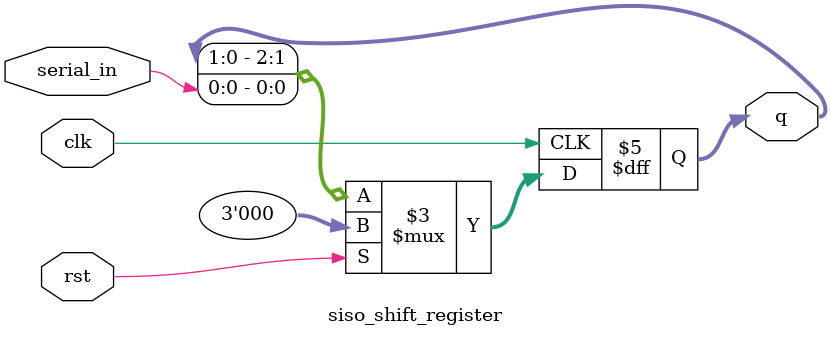
<source format=v>
module siso_shift_register (
    input  wire clk,     // clock input
    input  wire rst,     // synchronous reset
    input  wire serial_in, // serial data input
    output reg  [2:0] q   // 3-bit register output
);

always @(posedge clk) begin
    if (rst)
        q <= 3'b000;          // reset all bits
    else
        q <= {q[1:0], serial_in}; // shift left
end

endmodule

</source>
